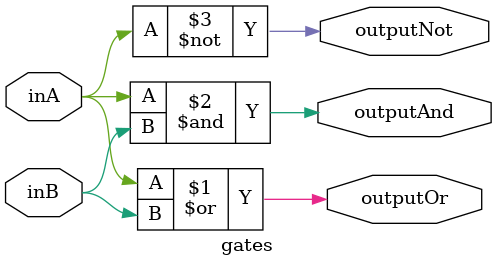
<source format=v>
`timescale 1ns / 1ps


module gates(
    input inA,
    input inB,
    output outputOr,
    output outputAnd,
    output outputNot
    );

    assign outputOr = inA | inB;
    assign outputAnd = inA & inB;
    assign outputNot = ~inA;

endmodule

</source>
